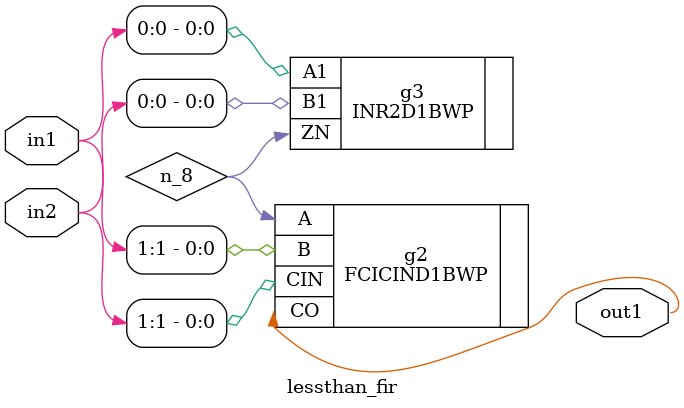
<source format=v>


// Verification Directory fv/lessthan_fir 

module lessthan_fir(in2, in1, out1);
  input [1:0] in2, in1;
  output out1;
  wire [1:0] in2, in1;
  wire out1;
  wire n_8;
  FCICIND1BWP g2(.A (n_8), .B (in1[1]), .CIN (in2[1]), .CO (out1));
  INR2D1BWP g3(.A1 (in1[0]), .B1 (in2[0]), .ZN (n_8));
endmodule


</source>
